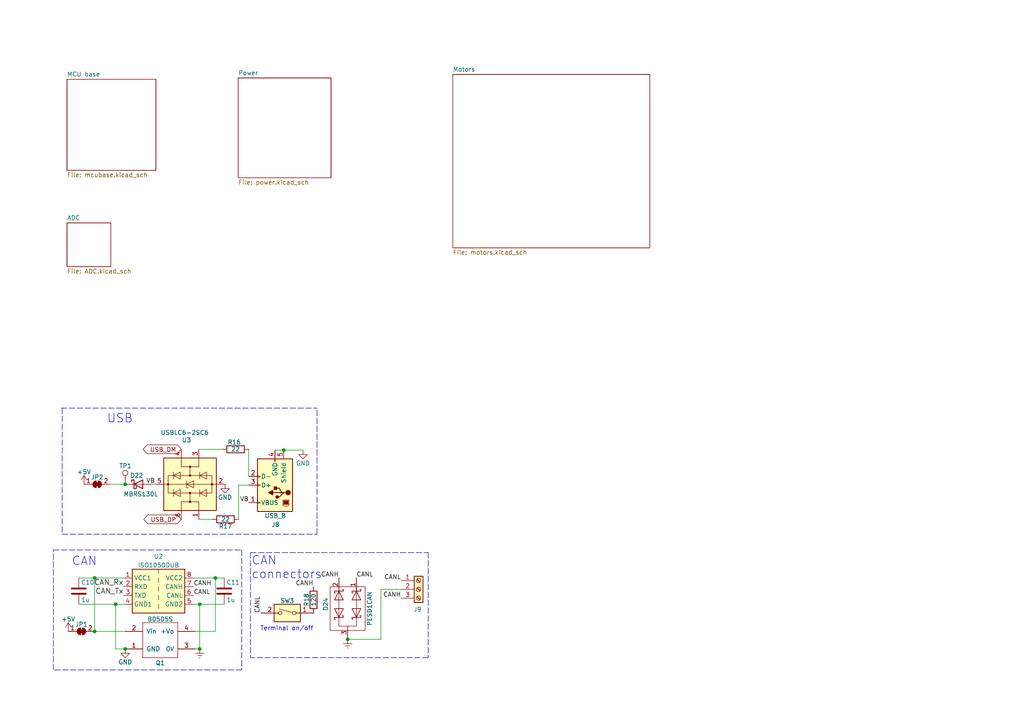
<source format=kicad_sch>
(kicad_sch (version 20211123) (generator eeschema)
  (paper "A4")
  (lib_symbols
    (symbol "Connector:Screw_Terminal_01x03" (pin_names (offset 1.016) hide)
      (property "Reference" "J" (at 0 5.08 0))
      (property "Value" "Screw_Terminal_01x03" (at 0 -5.08 0))
      (symbol "Screw_Terminal_01x03_1_1"
        (rectangle (start -1.27 3.81) (end 1.27 -3.81) (stroke (width 0.254)) (fill (type background)))
        (circle (center 0 -2.54) (radius 0.635) (stroke (width 0.1524)))
        (polyline (pts (xy -0.5334 -2.2098) (xy 0.3302 -3.048)) (stroke (width 0.1524)))
        (polyline (pts (xy -0.5334 0.3302) (xy 0.3302 -0.508)) (stroke (width 0.1524)))
        (polyline (pts (xy -0.5334 2.8702) (xy 0.3302 2.032)) (stroke (width 0.1524)))
        (polyline (pts (xy -0.3556 -2.032) (xy 0.508 -2.8702)) (stroke (width 0.1524)))
        (polyline (pts (xy -0.3556 0.508) (xy 0.508 -0.3302)) (stroke (width 0.1524)))
        (polyline (pts (xy -0.3556 3.048) (xy 0.508 2.2098)) (stroke (width 0.1524)))
        (circle (center 0 0) (radius 0.635) (stroke (width 0.1524)))
        (circle (center 0 2.54) (radius 0.635) (stroke (width 0.1524)))
        (pin passive line (at -5.08 2.54 0) (length 3.81) (name "Pin_1") (number "1"))
        (pin passive line (at -5.08 0 0) (length 3.81) (name "Pin_2") (number "2"))
        (pin passive line (at -5.08 -2.54 0) (length 3.81) (name "Pin_3") (number "3"))
      )
    )
    (symbol "Connector:TestPoint" (pin_numbers hide) (pin_names (offset 0.762) hide)
      (property "Reference" "TP" (at 0 6.858 0))
      (property "Value" "TestPoint" (at 0 5.08 0))
      (symbol "TestPoint_0_1"
        (circle (center 0 3.302) (radius 0.762))
      )
      (symbol "TestPoint_1_1"
        (pin passive line (at 0 0 90) (length 2.54) (name "1") (number "1"))
      )
    )
    (symbol "Connector:USB_B" (pin_names (offset 1.016))
      (property "Reference" "J" (at -5.08 11.43 0))
      (property "Value" "USB_B" (at -5.08 8.89 0))
      (symbol "USB_B_0_1"
        (rectangle (start -5.08 -7.62) (end 5.08 7.62) (stroke (width 0.254)) (fill (type background)))
        (circle (center -3.81 2.159) (radius 0.635) (stroke (width 0.254)) (fill (type outline)))
        (rectangle (start -3.81 5.588) (end -2.54 4.572) (fill (type outline)))
        (circle (center -0.635 3.429) (radius 0.381) (stroke (width 0.254)) (fill (type outline)))
        (rectangle (start -0.127 -7.62) (end 0.127 -6.858))
        (polyline (pts (xy -1.905 2.159) (xy 0.635 2.159)) (stroke (width 0.254)))
        (polyline (pts (xy -3.175 2.159) (xy -2.54 2.159) (xy -1.27 3.429) (xy -0.635 3.429)) (stroke (width 0.254)))
        (polyline (pts (xy -2.54 2.159) (xy -1.905 2.159) (xy -1.27 0.889) (xy 0 0.889)) (stroke (width 0.254)))
        (polyline (pts (xy 0.635 2.794) (xy 0.635 1.524) (xy 1.905 2.159) (xy 0.635 2.794)) (stroke (width 0.254)) (fill (type outline)))
        (polyline (pts (xy -4.064 4.318) (xy -2.286 4.318) (xy -2.286 5.715) (xy -2.667 6.096) (xy -3.683 6.096) (xy -4.064 5.715) (xy -4.064 4.318)))
        (rectangle (start 0.254 1.27) (end -0.508 0.508) (stroke (width 0.254)) (fill (type outline)))
        (rectangle (start 5.08 -2.667) (end 4.318 -2.413))
        (rectangle (start 5.08 -0.127) (end 4.318 0.127))
        (rectangle (start 5.08 4.953) (end 4.318 5.207))
      )
      (symbol "USB_B_1_1"
        (pin power_out line (at 7.62 5.08 180) (length 2.54) (name "VBUS") (number "1"))
        (pin bidirectional line (at 7.62 -2.54 180) (length 2.54) (name "D-") (number "2"))
        (pin bidirectional line (at 7.62 0 180) (length 2.54) (name "D+") (number "3"))
        (pin power_out line (at 0 -10.16 90) (length 2.54) (name "GND") (number "4"))
        (pin passive line (at -2.54 -10.16 90) (length 2.54) (name "Shield") (number "5"))
      )
    )
    (symbol "Device:D_Schottky" (pin_numbers hide) (pin_names (offset 1.016) hide)
      (property "Reference" "D" (at 0 2.54 0))
      (property "Value" "D_Schottky" (at 0 -2.54 0))
      (symbol "D_Schottky_0_1"
        (polyline (pts (xy 1.27 0) (xy -1.27 0)))
        (polyline (pts (xy 1.27 1.27) (xy 1.27 -1.27) (xy -1.27 0) (xy 1.27 1.27)) (stroke (width 0.254)))
        (polyline (pts (xy -1.905 0.635) (xy -1.905 1.27) (xy -1.27 1.27) (xy -1.27 -1.27) (xy -0.635 -1.27) (xy -0.635 -0.635)) (stroke (width 0.254)))
      )
      (symbol "D_Schottky_1_1"
        (pin passive line (at -3.81 0 0) (length 2.54) (name "K") (number "1"))
        (pin passive line (at 3.81 0 180) (length 2.54) (name "A") (number "2"))
      )
    )
    (symbol "Interface_CAN_LIN:ISO1050DUB"
      (property "Reference" "U" (at -6.35 6.35 0))
      (property "Value" "ISO1050DUB" (at 2.54 6.35 0))
      (symbol "ISO1050DUB_0_1"
        (rectangle (start -7.62 5.08) (end 7.62 -7.62) (stroke (width 0.254)) (fill (type background)))
        (polyline (pts (xy 0 -5.08) (xy 0 -6.35)))
        (polyline (pts (xy 0 -2.54) (xy 0 -3.81)))
        (polyline (pts (xy 0 0) (xy 0 -1.27)))
        (polyline (pts (xy 0 2.54) (xy 0 1.27)))
        (polyline (pts (xy 0 5.08) (xy 0 3.81)))
      )
      (symbol "ISO1050DUB_1_1"
        (pin power_in line (at -10.16 2.54 0) (length 2.54) (name "VCC1") (number "1"))
        (pin output line (at -10.16 0 0) (length 2.54) (name "RXD") (number "2"))
        (pin input line (at -10.16 -2.54 0) (length 2.54) (name "TXD") (number "3"))
        (pin power_in line (at -10.16 -5.08 0) (length 2.54) (name "GND1") (number "4"))
        (pin power_in line (at 10.16 -5.08 180) (length 2.54) (name "GND2") (number "5"))
        (pin bidirectional line (at 10.16 -2.54 180) (length 2.54) (name "CANL") (number "6"))
        (pin bidirectional line (at 10.16 0 180) (length 2.54) (name "CANH") (number "7"))
        (pin power_in line (at 10.16 2.54 180) (length 2.54) (name "VCC2") (number "8"))
      )
    )
    (symbol "Jumper:SolderJumper_2_Bridged" (pin_names (offset 0) hide)
      (property "Reference" "JP" (at 0 2.032 0))
      (property "Value" "SolderJumper_2_Bridged" (at 0 -2.54 0))
      (symbol "SolderJumper_2_Bridged_0_1"
        (rectangle (start -0.508 0.508) (end 0.508 -0.508) (fill (type outline)))
        (arc (start -0.254 1.016) (mid -1.27 0) (end -0.254 -1.016))
        (arc (start -0.254 1.016) (mid -1.27 0) (end -0.254 -1.016) (fill (type outline)))
        (polyline (pts (xy -0.254 1.016) (xy -0.254 -1.016)))
        (polyline (pts (xy 0.254 1.016) (xy 0.254 -1.016)))
        (arc (start 0.254 -1.016) (mid 1.27 0) (end 0.254 1.016))
        (arc (start 0.254 -1.016) (mid 1.27 0) (end 0.254 1.016) (fill (type outline)))
      )
      (symbol "SolderJumper_2_Bridged_1_1"
        (pin passive line (at -3.81 0 0) (length 2.54) (name "A") (number "1"))
        (pin passive line (at 3.81 0 180) (length 2.54) (name "B") (number "2"))
      )
    )
    (symbol "Power_Protection:USBLC6-2SC6" (pin_names hide)
      (property "Reference" "U" (at 2.54 8.89 0))
      (property "Value" "USBLC6-2SC6" (at 2.54 -8.89 0))
      (symbol "USBLC6-2SC6_0_1"
        (rectangle (start -7.62 -7.62) (end 7.62 7.62) (stroke (width 0.254)) (fill (type background)))
        (circle (center -5.08 0) (radius 0.254) (fill (type outline)))
        (circle (center -2.54 0) (radius 0.254) (fill (type outline)))
        (rectangle (start -2.54 6.35) (end 2.54 -6.35))
        (circle (center 0 -6.35) (radius 0.254) (fill (type outline)))
        (polyline (pts (xy -5.08 -2.54) (xy -7.62 -2.54)))
        (polyline (pts (xy -5.08 0) (xy -5.08 -2.54)))
        (polyline (pts (xy -5.08 2.54) (xy -7.62 2.54)))
        (polyline (pts (xy -1.524 -2.794) (xy -3.556 -2.794)))
        (polyline (pts (xy -1.524 4.826) (xy -3.556 4.826)))
        (polyline (pts (xy 0 -7.62) (xy 0 -6.35)))
        (polyline (pts (xy 0 -6.35) (xy 0 1.27)))
        (polyline (pts (xy 0 1.27) (xy 0 6.35)))
        (polyline (pts (xy 0 6.35) (xy 0 7.62)))
        (polyline (pts (xy 1.524 -2.794) (xy 3.556 -2.794)))
        (polyline (pts (xy 1.524 4.826) (xy 3.556 4.826)))
        (polyline (pts (xy 5.08 -2.54) (xy 7.62 -2.54)))
        (polyline (pts (xy 5.08 0) (xy 5.08 -2.54)))
        (polyline (pts (xy 5.08 2.54) (xy 7.62 2.54)))
        (polyline (pts (xy -2.54 0) (xy -5.08 0) (xy -5.08 2.54)))
        (polyline (pts (xy 2.54 0) (xy 5.08 0) (xy 5.08 2.54)))
        (polyline (pts (xy -3.556 -4.826) (xy -1.524 -4.826) (xy -2.54 -2.794) (xy -3.556 -4.826)))
        (polyline (pts (xy -3.556 2.794) (xy -1.524 2.794) (xy -2.54 4.826) (xy -3.556 2.794)))
        (polyline (pts (xy -1.016 -1.016) (xy 1.016 -1.016) (xy 0 1.016) (xy -1.016 -1.016)))
        (polyline (pts (xy 1.016 1.016) (xy 0.762 1.016) (xy -1.016 1.016) (xy -1.016 0.508)))
        (polyline (pts (xy 3.556 -4.826) (xy 1.524 -4.826) (xy 2.54 -2.794) (xy 3.556 -4.826)))
        (polyline (pts (xy 3.556 2.794) (xy 1.524 2.794) (xy 2.54 4.826) (xy 3.556 2.794)))
        (circle (center 0 6.35) (radius 0.254) (fill (type outline)))
        (circle (center 2.54 0) (radius 0.254) (fill (type outline)))
        (circle (center 5.08 0) (radius 0.254) (fill (type outline)))
      )
      (symbol "USBLC6-2SC6_1_1"
        (pin passive line (at -10.16 -2.54 0) (length 2.54) (name "I/O1") (number "1"))
        (pin passive line (at 0 -10.16 90) (length 2.54) (name "GND") (number "2"))
        (pin passive line (at 10.16 -2.54 180) (length 2.54) (name "I/O2") (number "3"))
        (pin passive line (at 10.16 2.54 180) (length 2.54) (name "I/O2") (number "4"))
        (pin passive line (at 0 10.16 270) (length 2.54) (name "VBUS") (number "5"))
        (pin passive line (at -10.16 2.54 0) (length 2.54) (name "I/O1") (number "6"))
      )
    )
    (symbol "Switch:SW_DIP_x01" (pin_names (offset 0) hide)
      (property "Reference" "SW" (at 0 3.81 0))
      (property "Value" "SW_DIP_x01" (at 0 -3.81 0))
      (symbol "SW_DIP_x01_0_0"
        (circle (center -2.032 0) (radius 0.508))
        (polyline (pts (xy -1.524 0.127) (xy 2.3622 1.1684)))
        (circle (center 2.032 0) (radius 0.508))
      )
      (symbol "SW_DIP_x01_0_1"
        (rectangle (start -3.81 2.54) (end 3.81 -2.54) (stroke (width 0.254)) (fill (type background)))
      )
      (symbol "SW_DIP_x01_1_1"
        (pin passive line (at -7.62 0 0) (length 5.08) (name "~") (number "1"))
        (pin passive line (at 7.62 0 180) (length 5.08) (name "~") (number "2"))
      )
    )
    (symbol "elements:B0505S" (pin_names (offset 1.016))
      (property "Reference" "Q?" (at 0 6.35 0))
      (property "Value" "B0505S" (at 0 -6.35 0))
      (symbol "B0505S_0_1"
        (rectangle (start -5.08 5.08) (end 5.08 -5.08))
      )
      (symbol "B0505S_1_1"
        (pin power_in line (at -10.16 -2.54 0) (length 5.08) (name "GND") (number "1"))
        (pin power_in line (at -10.16 2.54 0) (length 5.08) (name "Vin") (number "2"))
        (pin power_out line (at 10.16 -2.54 180) (length 5.08) (name "0V") (number "3"))
        (pin power_out line (at 10.16 2.54 180) (length 5.08) (name "+Vo") (number "4"))
      )
    )
    (symbol "elements:PESD1CAN" (pin_names (offset 0.762) hide)
      (property "Reference" "D" (at 0 -8.89 0))
      (property "Value" "PESD1CAN" (at 1.27 3.81 0))
      (symbol "PESD1CAN_0_1"
        (rectangle (start -5.08 2.54) (end 7.62 -7.62))
        (polyline (pts (xy -3.556 -5.08) (xy 3.81 -5.08)))
        (polyline (pts (xy -3.556 0) (xy 3.81 0)))
        (polyline (pts (xy -3.81 -3.81) (xy -3.81 -6.35) (xy -3.81 -6.35)) (stroke (width 0.2032)))
        (polyline (pts (xy -3.81 1.27) (xy -3.81 -1.27) (xy -3.81 -1.27)) (stroke (width 0.2032)))
        (polyline (pts (xy 3.81 -3.81) (xy 3.81 -6.35) (xy 3.81 -6.35)) (stroke (width 0.2032)))
        (polyline (pts (xy 3.81 1.27) (xy 3.81 -1.27) (xy 3.81 -1.27)) (stroke (width 0.2032)))
        (polyline (pts (xy -3.81 -3.81) (xy -4.318 -3.81) (xy -4.318 -4.064) (xy -4.318 -4.064)) (stroke (width 0.2032)))
        (polyline (pts (xy -3.81 1.27) (xy -4.318 1.27) (xy -4.318 1.016) (xy -4.318 1.016)) (stroke (width 0.2032)))
        (polyline (pts (xy 3.81 -6.35) (xy 4.318 -6.35) (xy 4.318 -6.096) (xy 4.318 -6.096)) (stroke (width 0.2032)))
        (polyline (pts (xy 3.81 -3.81) (xy 3.302 -3.81) (xy 3.302 -4.064) (xy 3.302 -4.064)) (stroke (width 0.2032)))
        (polyline (pts (xy 3.81 -1.27) (xy 4.318 -1.27) (xy 4.318 -1.016) (xy 4.318 -1.016)) (stroke (width 0.2032)))
        (polyline (pts (xy 3.81 0) (xy 6.35 0) (xy 6.35 -5.08) (xy 3.81 -5.08)))
        (polyline (pts (xy 3.81 1.27) (xy 3.302 1.27) (xy 3.302 1.016) (xy 3.302 1.016)) (stroke (width 0.2032)))
        (polyline (pts (xy -3.302 -6.096) (xy -3.302 -6.35) (xy -3.81 -6.35) (xy -3.81 -6.35) (xy -3.81 -6.35)) (stroke (width 0.2032)))
        (polyline (pts (xy -3.302 -1.016) (xy -3.302 -1.27) (xy -3.81 -1.27) (xy -3.81 -1.27) (xy -3.81 -1.27)) (stroke (width 0.2032)))
        (polyline (pts (xy -1.27 -6.35) (xy -3.81 -5.08) (xy -1.27 -3.81) (xy -1.27 -6.35) (xy -1.27 -6.35) (xy -1.27 -6.35)) (stroke (width 0.2032)))
        (polyline (pts (xy -1.27 -1.27) (xy -3.81 0) (xy -1.27 1.27) (xy -1.27 -1.27) (xy -1.27 -1.27) (xy -1.27 -1.27)) (stroke (width 0.2032)))
        (polyline (pts (xy 1.27 -3.81) (xy 3.81 -5.08) (xy 1.27 -6.35) (xy 1.27 -3.81) (xy 1.27 -3.81) (xy 1.27 -3.81)) (stroke (width 0.2032)))
        (polyline (pts (xy 1.27 1.27) (xy 3.81 0) (xy 1.27 -1.27) (xy 1.27 1.27) (xy 1.27 1.27) (xy 1.27 1.27)) (stroke (width 0.2032)))
        (pin passive line (at -7.62 0 0) (length 3.81) (name "K") (number "1"))
        (pin passive line (at -7.62 -5.08 0) (length 3.81) (name "K") (number "2"))
        (pin passive line (at 10.16 -2.54 180) (length 3.81) (name "O") (number "3"))
      )
    )
    (symbol "power:Earth" (power) (pin_names (offset 0))
      (symbol "Earth_0_1"
        (polyline (pts (xy -0.635 -1.905) (xy 0.635 -1.905)))
        (polyline (pts (xy -0.127 -2.54) (xy 0.127 -2.54)))
        (polyline (pts (xy 0 -1.27) (xy 0 0)))
        (polyline (pts (xy 1.27 -1.27) (xy -1.27 -1.27)))
      )
      (symbol "Earth_1_1"
        (pin power_in line (at 0 0 270) (length 0) hide (name "Earth") (number "1"))
      )
    )
    (symbol "power:GND" (power) (pin_names (offset 0))
      (property "Value" "GND" (at 0 -3.81 0))
      (symbol "GND_0_1"
        (polyline (pts (xy 0 0) (xy 0 -1.27) (xy 1.27 -1.27) (xy 0 -2.54) (xy -1.27 -1.27) (xy 0 -1.27)))
      )
      (symbol "GND_1_1"
        (pin power_in line (at 0 0 270) (length 0) hide (name "GND") (number "1"))
      )
    )
    (symbol "stm32-rescue:+5V" (power) (pin_names (offset 0))
      (property "Value" "+5V" (at 0 3.556 0))
      (symbol "+5V_0_1"
        (polyline (pts (xy -0.762 1.27) (xy 0 2.54)))
        (polyline (pts (xy 0 0) (xy 0 2.54)))
        (polyline (pts (xy 0 2.54) (xy 0.762 1.27)))
      )
      (symbol "+5V_1_1"
        (pin power_in line (at 0 0 90) (length 0) hide (name "+5V") (number "1"))
      )
    )
    (symbol "stm32-rescue:C" (pin_numbers hide) (pin_names (offset 0.254))
      (property "Reference" "C" (at 0.635 2.54 0))
      (property "Value" "C" (at 0.635 -2.54 0))
      (symbol "C_0_1"
        (polyline (pts (xy -2.032 -0.762) (xy 2.032 -0.762)) (stroke (width 0.508)))
        (polyline (pts (xy -2.032 0.762) (xy 2.032 0.762)) (stroke (width 0.508)))
      )
      (symbol "C_1_1"
        (pin passive line (at 0 3.81 270) (length 2.794) (name "~") (number "1"))
        (pin passive line (at 0 -3.81 90) (length 2.794) (name "~") (number "2"))
      )
    )
    (symbol "stm32-rescue:R" (pin_numbers hide) (pin_names (offset 0))
      (property "Reference" "R" (at 2.032 0 90))
      (property "Value" "R" (at 0 0 90))
      (symbol "R_0_1"
        (rectangle (start -1.016 -2.54) (end 1.016 2.54) (stroke (width 0.254)))
      )
      (symbol "R_1_1"
        (pin passive line (at 0 3.81 270) (length 1.27) (name "~") (number "1"))
        (pin passive line (at 0 -3.81 90) (length 1.27) (name "~") (number "2"))
      )
    )
  )
  (junction (at 57.912 188.214))
  (junction (at 27.432 167.64))
  (junction (at 27.432 183.134))
  (junction (at 100.838 185.42))
  (junction (at 36.322 140.462))
  (junction (at 36.322 188.214))
  (junction (at 33.528 175.26))
  (junction (at 82.296 130.556))
  (junction (at 57.912 175.26))
  (junction (at 62.484 167.64))
  (wire (pts (xy 116.332 170.942) (xy 110.49 170.942)))
  (wire (pts (xy 72.136 130.302) (xy 72.136 138.176)))
  (polyline (pts (xy 17.78 118.364) (xy 91.948 118.364)))
  (polyline (pts (xy 18.034 154.94) (xy 91.948 154.94)))
  (wire (pts (xy 57.912 175.26) (xy 57.912 188.214)))
  (wire (pts (xy 27.432 167.64) (xy 27.432 183.134)))
  (wire (pts (xy 62.484 183.134) (xy 62.484 167.64)))
  (polyline (pts (xy 70.104 194.31) (xy 15.494 194.31)))
  (wire (pts (xy 62.484 167.64) (xy 65.024 167.64)))
  (wire (pts (xy 79.756 130.556) (xy 82.296 130.556)))
  (polyline (pts (xy 72.644 160.274) (xy 124.206 160.274)))
  (wire (pts (xy 36.322 188.214) (xy 33.528 188.214)))
  (polyline (pts (xy 124.206 190.754) (xy 72.644 190.754)))
  (wire (pts (xy 22.86 175.26) (xy 33.528 175.26)))
  (wire (pts (xy 57.912 188.214) (xy 56.642 188.214)))
  (wire (pts (xy 65.024 175.26) (xy 57.912 175.26)))
  (polyline (pts (xy 18.034 118.364) (xy 18.034 154.94)))
  (polyline (pts (xy 15.494 159.512) (xy 70.104 159.512)))
  (wire (pts (xy 27.432 183.134) (xy 36.322 183.134)))
  (wire (pts (xy 33.528 175.26) (xy 35.814 175.26)))
  (wire (pts (xy 57.658 130.302) (xy 64.516 130.302)))
  (polyline (pts (xy 124.206 160.274) (xy 124.206 190.754)))
  (wire (pts (xy 27.432 167.64) (xy 35.814 167.64)))
  (polyline (pts (xy 15.494 194.31) (xy 15.494 159.385)))
  (wire (pts (xy 69.215 140.716) (xy 72.136 140.716)))
  (wire (pts (xy 56.134 175.26) (xy 57.912 175.26)))
  (wire (pts (xy 56.134 167.64) (xy 62.484 167.64)))
  (polyline (pts (xy 70.104 159.512) (xy 70.104 194.31)))
  (wire (pts (xy 82.296 130.556) (xy 87.884 130.556)))
  (wire (pts (xy 32.004 140.462) (xy 36.322 140.462)))
  (wire (pts (xy 56.642 183.134) (xy 62.484 183.134)))
  (wire (pts (xy 22.86 167.64) (xy 27.432 167.64)))
  (wire (pts (xy 110.49 170.942) (xy 110.49 185.42)))
  (wire (pts (xy 57.658 150.622) (xy 61.595 150.622)))
  (wire (pts (xy 33.528 188.214) (xy 33.528 175.26)))
  (wire (pts (xy 69.215 150.622) (xy 69.215 140.716)))
  (polyline (pts (xy 72.644 160.274) (xy 72.644 190.754)))
  (polyline (pts (xy 91.948 154.94) (xy 91.948 118.364)))
  (wire (pts (xy 100.838 185.42) (xy 110.49 185.42)))
  (wire (pts (xy 43.942 140.462) (xy 44.958 140.462)))
  (text "Terminal on/off" (at 75.438 183.134 0) (effects (font (size 1.27 1.27)) (justify left bottom)))
  (text "USB" (at 38.608 122.936 180) (effects (font (size 2.4892 2.4892)) (justify right bottom)))
  (text "CAN\nconnectors" (at 72.898 168.148 0) (effects (font (size 2.4892 2.4892)) (justify left bottom)))
  (text "CAN" (at 28.194 164.338 180) (effects (font (size 2.4892 2.4892)) (justify right bottom)))
  (label "VB" (at 44.958 140.462 180))
  (label "CANH" (at 90.932 170.18 180))
  (label "CANH" (at 98.298 167.64 180))
  (label "CANL" (at 116.332 168.402 180))
  (label "CANL" (at 103.378 167.64 0))
  (label "CAN_Rx" (at 35.814 170.18 180) (effects (font (size 1.524 1.524))))
  (label "CAN_Tx" (at 35.814 172.72 180) (effects (font (size 1.524 1.524))))
  (label "VB" (at 72.136 145.796 180))
  (label "CANL" (at 75.692 177.8 90))
  (label "CANL" (at 56.134 172.72 0))
  (label "CANH" (at 116.332 173.482 180))
  (label "CANH" (at 56.134 170.18 0))
  (global_label "USB_DP" (shape bidirectional) (at 52.578 150.622 180) (property "Intersheet References" "${INTERSHEET_REFS}" (effects hide)))
  (global_label "USB_DM" (shape bidirectional) (at 52.578 130.302 180) (property "Intersheet References" "${INTERSHEET_REFS}" (effects hide)))
  (symbol (lib_id "Connector:USB_B") (at 79.756 140.716 180) (unit 1)
    (property "Reference" "J8" (at 78.74 152.146 0) (effects (justify right)))
    (property "Value" "USB_B" (at 76.708 149.606 0) (effects (justify right)))
    (property "Footprint" "Connector_USB:USB_B_OST_USB-B1HSxx_Horizontal" (effects hide))
    (property "Datasheet" " ~" (effects hide))
  )
  (symbol (lib_id "power:GND") (at 36.322 188.214 0) (unit 1)
    (property "Reference" "#PWR019" (effects hide))
    (property "Value" "GND" (at 36.322 192.024 0))
  )
  (symbol (lib_id "stm32-rescue:R") (at 90.932 173.99 180) (unit 1)
    (property "Reference" "R18" (at 88.9 173.99 90))
    (property "Value" "120" (at 90.932 173.99 90))
    (property "Footprint" "Resistor_SMD:R_1210_3225Metric_Pad1.30x2.65mm_HandSolder" (effects hide))
  )
  (symbol (lib_id "elements:PESD1CAN") (at 103.378 175.26 270) (unit 1)
    (property "Reference" "D24" (at 94.488 175.26 0))
    (property "Value" "PESD1CAN" (at 107.188 176.53 0))
    (property "Footprint" "Package_TO_SOT_SMD:SOT-23" (effects hide))
  )
  (symbol (lib_id "power:Earth") (at 100.838 185.42 0) (unit 1)
    (property "Reference" "#PWR023" (effects hide))
    (property "Value" "Earth" (effects hide))
  )
  (symbol (lib_id "stm32-rescue:C") (at 65.024 171.45 0) (unit 1)
    (property "Reference" "C11" (at 65.659 168.91 0) (effects (justify left)))
    (property "Value" "1u" (at 65.659 173.99 0) (effects (justify left)))
    (property "Footprint" "Capacitor_SMD:C_0603_1608Metric_Pad1.08x0.95mm_HandSolder" (effects hide))
  )
  (symbol (lib_id "stm32-rescue:R") (at 65.405 150.622 270) (unit 1)
    (property "Reference" "R17" (at 65.405 152.654 90))
    (property "Value" "22" (at 65.405 150.622 90))
    (property "Footprint" "Resistor_SMD:R_0603_1608Metric_Pad0.98x0.95mm_HandSolder" (effects hide))
  )
  (symbol (lib_id "Jumper:SolderJumper_2_Bridged") (at 28.194 140.462 0) (unit 1)
    (property "Reference" "JP2" (at 28.194 138.4102 0))
    (property "Value" "SolderJumper_2_Bridged" (effects hide))
    (property "Footprint" "Jumper:SolderJumper-2_P1.3mm_Open_TrianglePad1.0x1.5mm" (effects hide))
  )
  (symbol (lib_id "stm32-rescue:R") (at 68.326 130.302 270) (unit 1)
    (property "Reference" "R16" (at 67.945 128.27 90))
    (property "Value" "22" (at 68.326 130.302 90))
    (property "Footprint" "Resistor_SMD:R_0603_1608Metric_Pad0.98x0.95mm_HandSolder" (effects hide))
  )
  (symbol (lib_id "Power_Protection:USBLC6-2SC6") (at 55.118 140.462 90) (unit 1)
    (property "Reference" "U3" (at 54.102 127.635 90))
    (property "Value" "USBLC6-2SC6" (at 53.594 125.476 90))
    (property "Footprint" "Package_TO_SOT_SMD:SOT-23-6" (effects hide))
    (property "Datasheet" "https://www.st.com/resource/en/datasheet/usblc6-2.pdf" (effects hide))
  )
  (symbol (lib_id "power:Earth") (at 57.912 188.214 0) (unit 1)
    (property "Reference" "#PWR020" (effects hide))
    (property "Value" "Earth" (effects hide))
  )
  (symbol (lib_id "Switch:SW_DIP_x01") (at 83.312 177.8 0) (mirror y) (unit 1)
    (property "Reference" "SW3" (at 83.312 174.244 0))
    (property "Value" "SW_DIP_x01" (effects hide))
    (property "Footprint" "Button_Switch_THT:SW_DIP_SPSTx01_Slide_6.7x4.1mm_W7.62mm_P2.54mm_LowProfile" (effects hide))
  )
  (symbol (lib_id "power:GND") (at 87.884 130.556 0) (unit 1)
    (property "Reference" "#PWR022" (effects hide))
    (property "Value" "GND" (at 87.884 134.366 0))
  )
  (symbol (lib_id "power:GND") (at 65.278 140.462 0) (unit 1)
    (property "Reference" "#PWR021" (effects hide))
    (property "Value" "GND" (at 65.278 144.272 0))
  )
  (symbol (lib_id "stm32-rescue:C") (at 22.86 171.45 0) (unit 1)
    (property "Reference" "C10" (at 23.495 168.91 0) (effects (justify left)))
    (property "Value" "1u" (at 23.495 173.99 0) (effects (justify left)))
    (property "Footprint" "Capacitor_SMD:C_0603_1608Metric_Pad1.08x0.95mm_HandSolder" (effects hide))
  )
  (symbol (lib_id "stm32-rescue:+5V") (at 24.384 140.462 0) (unit 1)
    (property "Reference" "#PWR016" (effects hide))
    (property "Value" "+5V" (at 24.384 136.906 0))
  )
  (symbol (lib_id "Connector:Screw_Terminal_01x03") (at 121.412 170.942 0) (unit 1)
    (property "Reference" "J9" (at 119.888 176.784 0) (effects (justify left)))
    (property "Value" "Screw_Terminal_01x03" (effects hide))
    (property "Footprint" "TerminalBlock_Phoenix:TerminalBlock_Phoenix_MKDS-1,5-3_1x03_P5.00mm_Horizontal" (effects hide))
  )
  (symbol (lib_id "Interface_CAN_LIN:ISO1050DUB") (at 45.974 170.18 0) (unit 1)
    (property "Reference" "U2" (at 45.974 161.4002 0))
    (property "Value" "ISO1050DUB" (at 45.974 163.9371 0))
    (property "Footprint" "Package_SO:SOP-8_6.62x9.15mm_P2.54mm" (effects hide))
    (property "Datasheet" "http://www.ti.com/lit/ds/symlink/iso1050.pdf" (effects hide))
  )
  (symbol (lib_id "stm32-rescue:+5V") (at 19.812 183.134 0) (unit 1)
    (property "Reference" "#PWR017" (effects hide))
    (property "Value" "+5V" (at 19.812 179.578 0))
  )
  (symbol (lib_id "Jumper:SolderJumper_2_Bridged") (at 23.622 183.134 0) (unit 1)
    (property "Reference" "JP1" (at 23.622 181.0822 0))
    (property "Value" "SolderJumper_2_Bridged" (effects hide))
    (property "Footprint" "Jumper:SolderJumper-2_P1.3mm_Open_TrianglePad1.0x1.5mm" (effects hide))
  )
  (symbol (lib_id "Device:D_Schottky") (at 40.132 140.462 0) (unit 1)
    (property "Reference" "D22" (at 39.624 137.922 0))
    (property "Value" "MBRS130L" (at 40.8432 143.3068 0))
    (property "Footprint" "Diode_SMD:D_SMB_Handsoldering" (effects hide))
  )
  (symbol (lib_id "elements:B0505S") (at 46.482 185.674 0) (unit 1)
    (property "Reference" "Q1" (at 46.482 192.278 0))
    (property "Value" "B0505S" (at 46.482 179.578 0))
    (property "Footprint" "stepper:B0x0xS" (effects hide))
  )
  (symbol (lib_id "Connector:TestPoint") (at 36.322 140.462 0) (unit 1)
    (property "Reference" "TP1" (at 34.544 135.128 0) (effects (justify left)))
    (property "Value" "5V" (effects hide))
    (property "Footprint" "TestPoint:TestPoint_THTPad_1.5x1.5mm_Drill0.7mm" (effects hide))
  )
  (sheet (at 19.431 22.987) (size 25.781 26.416) (stroke (width 0.1524))
    (property "Sheet name" "MCU base" (at 19.431 22.2754 0) (effects (justify left bottom)))
    (property "Sheet file" "mcubase.kicad_sch" (at 19.431 49.9876 0) (effects (justify left top)))
  )
  (sheet (at 69.088 22.606) (size 26.924 28.956) (stroke (width 0.1524))
    (property "Sheet name" "Power" (at 69.088 21.8944 0) (effects (justify left bottom)))
    (property "Sheet file" "power.kicad_sch" (at 69.088 52.1466 0) (effects (justify left top)))
  )
  (sheet (at 19.431 64.643) (size 12.7 12.7) (stroke (width 0.1524))
    (property "Sheet name" "ADC" (at 19.431 63.9314 0) (effects (justify left bottom)))
    (property "Sheet file" "ADC.kicad_sch" (at 19.431 77.9276 0) (effects (justify left top)))
  )
  (sheet (at 131.318 21.59) (size 57.15 50.292) (stroke (width 0.1524))
    (property "Sheet name" "Motors" (at 131.318 20.8784 0) (effects (justify left bottom)))
    (property "Sheet file" "motors.kicad_sch" (at 131.318 72.4666 0) (effects (justify left top)))
  )
)
</source>
